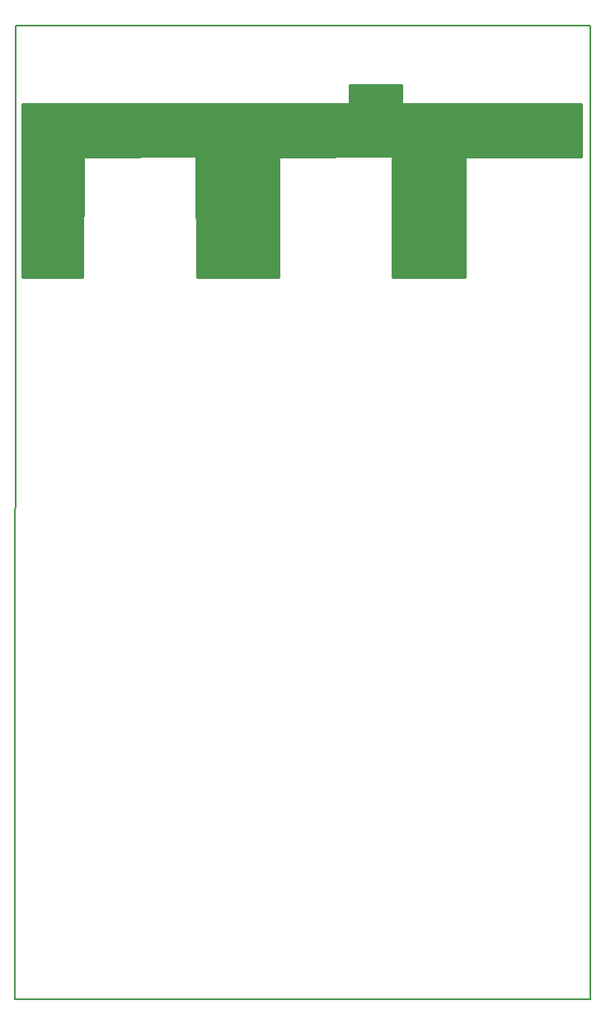
<source format=gbr>
G04 #@! TF.GenerationSoftware,KiCad,Pcbnew,(5.1.5)-3*
G04 #@! TF.CreationDate,2020-04-08T13:55:35-05:00*
G04 #@! TF.ProjectId,Cheap FOCer 2 60mm,43686561-7020-4464-9f43-657220322036,1*
G04 #@! TF.SameCoordinates,PX6979f40PYa1135a0*
G04 #@! TF.FileFunction,Paste,Bot*
G04 #@! TF.FilePolarity,Positive*
%FSLAX46Y46*%
G04 Gerber Fmt 4.6, Leading zero omitted, Abs format (unit mm)*
G04 Created by KiCad (PCBNEW (5.1.5)-3) date 2020-04-08 13:55:35*
%MOMM*%
%LPD*%
G04 APERTURE LIST*
%ADD10C,0.150000*%
%ADD11C,0.254000*%
G04 APERTURE END LIST*
D10*
X59100000Y99900000D02*
X25000Y99900000D01*
X0Y0D02*
X59100000Y0D01*
X25000Y99900000D02*
X0Y0D01*
X59100000Y0D02*
X59100000Y99900000D01*
D11*
G36*
X39673000Y91919945D02*
G01*
X39675440Y91895169D01*
X39682667Y91871344D01*
X39694403Y91849388D01*
X39710197Y91830142D01*
X39729443Y91814348D01*
X39751399Y91802612D01*
X39775224Y91795385D01*
X39800000Y91792945D01*
X58173000Y91792945D01*
X58173000Y86446945D01*
X46350000Y86446945D01*
X46325224Y86444505D01*
X46301399Y86437278D01*
X46279443Y86425542D01*
X46260197Y86409748D01*
X46244403Y86390502D01*
X46232667Y86368546D01*
X46225440Y86344721D01*
X46223001Y86320457D01*
X46173510Y74034323D01*
X38727000Y74027123D01*
X38727000Y86344945D01*
X38724560Y86369721D01*
X38717333Y86393546D01*
X38705597Y86415502D01*
X38689803Y86434748D01*
X38670557Y86450542D01*
X38648601Y86462278D01*
X38624776Y86469505D01*
X38599721Y86471945D01*
X27199721Y86446945D01*
X27174950Y86444450D01*
X27151142Y86437171D01*
X27129211Y86425387D01*
X27110001Y86409550D01*
X27094249Y86390271D01*
X27082561Y86368288D01*
X27075386Y86344448D01*
X27073000Y86319945D01*
X27073000Y74049979D01*
X18645366Y74043911D01*
X18608249Y86326579D01*
X18605734Y86351348D01*
X18598435Y86375150D01*
X18586633Y86397071D01*
X18570781Y86416269D01*
X18551488Y86432004D01*
X18529496Y86443674D01*
X18505650Y86450829D01*
X18481110Y86453195D01*
X7137360Y86440695D01*
X7112586Y86438227D01*
X7088770Y86430974D01*
X7066826Y86419214D01*
X7047599Y86403399D01*
X7031826Y86384136D01*
X7020114Y86362166D01*
X7012913Y86338334D01*
X7010505Y86314784D01*
X6905334Y74046945D01*
X695971Y74046945D01*
X726780Y91792945D01*
X34200000Y91792945D01*
X34224776Y91795385D01*
X34248601Y91802612D01*
X34270557Y91814348D01*
X34289803Y91830142D01*
X34305597Y91849388D01*
X34317333Y91871344D01*
X34324560Y91895169D01*
X34327000Y91919945D01*
X34327000Y93792945D01*
X39673000Y93792945D01*
X39673000Y91919945D01*
G37*
X39673000Y91919945D02*
X39675440Y91895169D01*
X39682667Y91871344D01*
X39694403Y91849388D01*
X39710197Y91830142D01*
X39729443Y91814348D01*
X39751399Y91802612D01*
X39775224Y91795385D01*
X39800000Y91792945D01*
X58173000Y91792945D01*
X58173000Y86446945D01*
X46350000Y86446945D01*
X46325224Y86444505D01*
X46301399Y86437278D01*
X46279443Y86425542D01*
X46260197Y86409748D01*
X46244403Y86390502D01*
X46232667Y86368546D01*
X46225440Y86344721D01*
X46223001Y86320457D01*
X46173510Y74034323D01*
X38727000Y74027123D01*
X38727000Y86344945D01*
X38724560Y86369721D01*
X38717333Y86393546D01*
X38705597Y86415502D01*
X38689803Y86434748D01*
X38670557Y86450542D01*
X38648601Y86462278D01*
X38624776Y86469505D01*
X38599721Y86471945D01*
X27199721Y86446945D01*
X27174950Y86444450D01*
X27151142Y86437171D01*
X27129211Y86425387D01*
X27110001Y86409550D01*
X27094249Y86390271D01*
X27082561Y86368288D01*
X27075386Y86344448D01*
X27073000Y86319945D01*
X27073000Y74049979D01*
X18645366Y74043911D01*
X18608249Y86326579D01*
X18605734Y86351348D01*
X18598435Y86375150D01*
X18586633Y86397071D01*
X18570781Y86416269D01*
X18551488Y86432004D01*
X18529496Y86443674D01*
X18505650Y86450829D01*
X18481110Y86453195D01*
X7137360Y86440695D01*
X7112586Y86438227D01*
X7088770Y86430974D01*
X7066826Y86419214D01*
X7047599Y86403399D01*
X7031826Y86384136D01*
X7020114Y86362166D01*
X7012913Y86338334D01*
X7010505Y86314784D01*
X6905334Y74046945D01*
X695971Y74046945D01*
X726780Y91792945D01*
X34200000Y91792945D01*
X34224776Y91795385D01*
X34248601Y91802612D01*
X34270557Y91814348D01*
X34289803Y91830142D01*
X34305597Y91849388D01*
X34317333Y91871344D01*
X34324560Y91895169D01*
X34327000Y91919945D01*
X34327000Y93792945D01*
X39673000Y93792945D01*
X39673000Y91919945D01*
M02*

</source>
